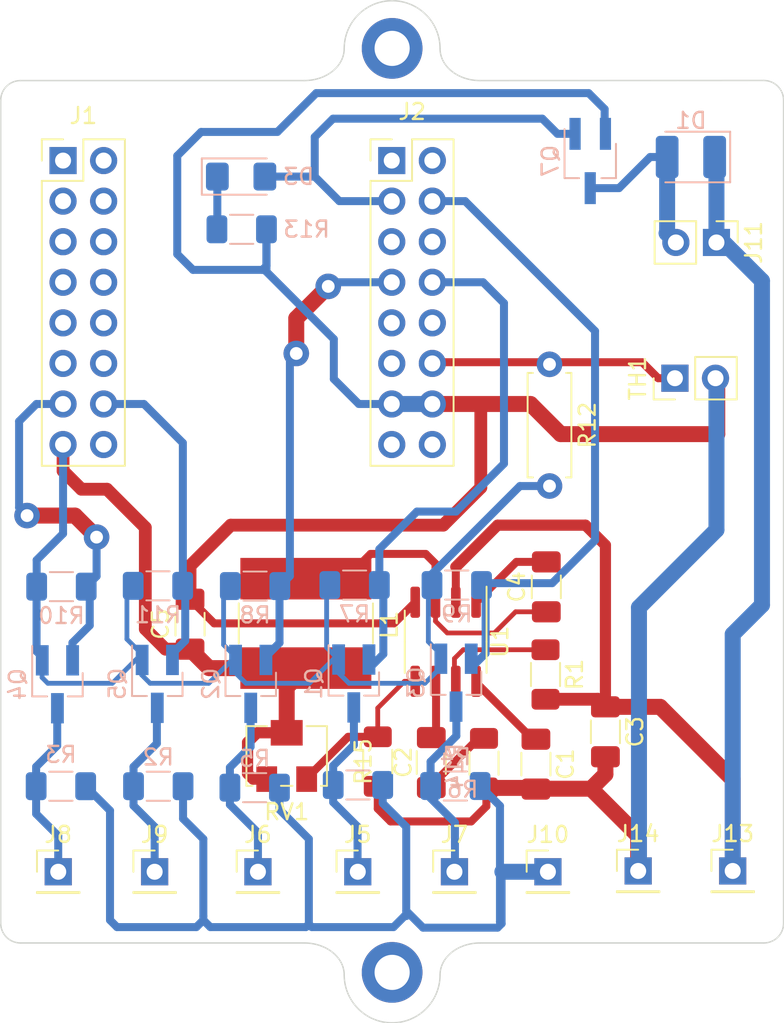
<source format=kicad_pcb>
(kicad_pcb (version 20221018) (generator pcbnew)
  (layers (0 "F.Cu" signal) (31 "B.Cu" signal) (34 "B.Paste" user) (35 "F.Paste" user) (36 "B.SilkS" user "B.Silkscreen") (37 "F.SilkS" user "F.Silkscreen") (38 "B.Mask" user) (39 "F.Mask" user) (44 "Edge.Cuts" user))
  (net 0 "")
  (net 1 "GND")
  (net 2 "+3.3V")
  (net 3 "+12V")
  (net 4 "Net-(D1-A)")
  (net 5 "Net-(D3-K)")
  (net 6 "Net-(D3-A)")
  (net 13 "Net-(J1-Pin_7)")
  (net 18 "Net-(J5-Pin_1)")
  (net 19 "Net-(J6-Pin_1)")
  (net 20 "Net-(J7-Pin_1)")
  (net 21 "Net-(J8-Pin_1)")
  (net 22 "Net-(J9-Pin_1)")
  (net 23 "+5V")
  (net 25 "Net-(J1-Pin_10)")
  (net 33 "Net-(J2-Pin_4)")
  (net 34 "Net-(J2-Pin_11)")
  (net 35 "Net-(J2-Pin_15)")
  (net 37 "Net-(J2-Pin_13)")
  (net 40 "Net-(U1-SS)")
  (net 41 "Net-(U1-COMP)")
  (net 42 "Net-(C2-Pad2)")
  (net 43 "Net-(U1-SW)")
  (net 44 "Net-(U1-BS)")
  (net 45 "Net-(U1-EN)")
  (net 46 "Net-(U1-FB)")
  (footprint "Capacitor_SMD:C_1206_3216Metric_Pad1.33x1.80mm_HandSolder" (layer "F.Cu") (at 147 102.7125 -90)
    (fp_text reference "C2" (at -0.0125 1.75 90) (layer "F.SilkS"))
    (fp_text value "4.7nF")
    (pad "1" smd roundrect (at -1.5625 0 270) (size 1.325 1.8) (layers "F.Cu" "F.Paste" "F.Mask") (roundrect_rratio 0.1886792453) (net 41 "Net-(U1-COMP)"))
    (pad "2" smd roundrect (at 1.5625 0 270) (size 1.325 1.8) (layers "F.Cu" "F.Paste" "F.Mask") (roundrect_rratio 0.1886792453) (net 42 "Net-(C2-Pad2)"))
  )
  (footprint "Resistor_SMD:R_1206_3216Metric_Pad1.30x1.75mm_HandSolder" (layer "F.Cu") (at 150.3 102.75 90)
    (fp_text reference "R14" (at -0.2 -1.82 90) (layer "B.SilkS") (effects (justify mirror)))
    (fp_text value "1k5")
    (pad "1" smd roundrect (at -1.55 0 90) (size 1.3 1.75) (layers "F.Cu" "F.Paste" "F.Mask") (roundrect_rratio 0.1923076923) (net 1 "GND"))
    (pad "2" smd roundrect (at 1.55 0 90) (size 1.3 1.75) (layers "F.Cu" "F.Paste" "F.Mask") (roundrect_rratio 0.1923076923) (net 42 "Net-(C2-Pad2)"))
  )
  (footprint "Connector_PinHeader_2.54mm:PinHeader_1x01_P2.54mm_Vertical" (layer "F.Cu") (at 123.65 109.55)
    (fp_text reference "J8" (at 0 -2.33) (layer "F.SilkS"))
    (fp_text value "INF")
    (pad "1" thru_hole rect (at 0 0) (size 1.7 1.7) (drill 1) (layers "*.Cu" "*.Mask") (net 21 "Net-(J8-Pin_1)"))
  )
  (footprint "Connector_PinHeader_2.54mm:PinHeader_1x01_P2.54mm_Vertical" (layer "F.Cu") (at 159.95 109.5)
    (fp_text reference "J14" (at 0 -2.33) (layer "F.SilkS"))
    (fp_text value "GND")
    (pad "1" thru_hole rect (at 0 0) (size 1.7 1.7) (drill 1) (layers "*.Cu" "*.Mask") (net 1 "GND"))
  )
  (footprint "Package_SO:SOIC-8_3.9x4.9mm_P1.27mm" (layer "F.Cu") (at 147.9 95.15 -90)
    (fp_text reference "U1" (at 0 -3.4 -270) (layer "F.SilkS"))
    (fp_text value "MP1484 (SOIC8E)")
    (pad "1" smd roundrect (at -2.475 -1.905 270) (size 1.95 0.6) (layers "F.Cu" "F.Paste" "F.Mask") (net 44 "Net-(U1-BS)"))
    (pad "2" smd roundrect (at -2.475 -0.635 270) (size 1.95 0.6) (layers "F.Cu" "F.Paste" "F.Mask") (net 3 "+12V"))
    (pad "3" smd roundrect (at -2.475 0.635 270) (size 1.95 0.6) (layers "F.Cu" "F.Paste" "F.Mask") (net 43 "Net-(U1-SW)"))
    (pad "4" smd roundrect (at -2.475 1.905 270) (size 1.95 0.6) (layers "F.Cu" "F.Paste" "F.Mask") (net 1 "GND"))
    (pad "5" smd roundrect (at 2.475 1.905 270) (size 1.95 0.6) (layers "F.Cu" "F.Paste" "F.Mask") (net 46 "Net-(U1-FB)"))
    (pad "6" smd roundrect (at 2.475 0.635 270) (size 1.95 0.6) (layers "F.Cu" "F.Paste" "F.Mask") (net 41 "Net-(U1-COMP)"))
    (pad "7" smd roundrect (at 2.475 -0.635 270) (size 1.95 0.6) (layers "F.Cu" "F.Paste" "F.Mask") (net 45 "Net-(U1-EN)"))
    (pad "8" smd roundrect (at 2.475 -1.905 270) (size 1.95 0.6) (layers "F.Cu" "F.Paste" "F.Mask") (net 40 "Net-(U1-SS)"))
  )
  (footprint "Connector_PinHeader_2.54mm:PinHeader_2x08_P2.54mm_Vertical" (layer "F.Cu") (at 123.952 65.024)
    (fp_text reference "J1" (at 1.27 -2.809) (layer "F.SilkS"))
    (fp_text value "P1-16")
    (pad "1" thru_hole rect locked (at 0 0) (size 1.7 1.7) (drill 1) (layers "*.Cu" "*.Mask"))
    (pad "2" thru_hole oval locked (at 0 2.54) (size 1.7 1.7) (drill 1) (layers "*.Cu" "*.Mask"))
    (pad "3" thru_hole oval locked (at 0 5.08) (size 1.7 1.7) (drill 1) (layers "*.Cu" "*.Mask"))
    (pad "4" thru_hole oval locked (at 0 7.62) (size 1.7 1.7) (drill 1) (layers "*.Cu" "*.Mask"))
    (pad "5" thru_hole oval locked (at 0 10.16) (size 1.7 1.7) (drill 1) (layers "*.Cu" "*.Mask"))
    (pad "6" thru_hole oval locked (at 0 12.7) (size 1.7 1.7) (drill 1) (layers "*.Cu" "*.Mask"))
    (pad "7" thru_hole oval locked (at 0 15.24) (size 1.7 1.7) (drill 1) (layers "*.Cu" "*.Mask") (net 13 "Net-(J1-Pin_7)"))
    (pad "8" thru_hole oval locked (at 0 17.78) (size 1.7 1.7) (drill 1) (layers "*.Cu" "*.Mask") (net 2 "+3.3V"))
    (pad "9" thru_hole oval locked (at 2.54 17.78) (size 1.7 1.7) (drill 1) (layers "*.Cu" "*.Mask"))
    (pad "10" thru_hole oval locked (at 2.54 15.24) (size 1.7 1.7) (drill 1) (layers "*.Cu" "*.Mask") (net 25 "Net-(J1-Pin_10)"))
    (pad "11" thru_hole oval locked (at 2.54 12.7) (size 1.7 1.7) (drill 1) (layers "*.Cu" "*.Mask"))
    (pad "12" thru_hole oval locked (at 2.54 10.16) (size 1.7 1.7) (drill 1) (layers "*.Cu" "*.Mask"))
    (pad "13" thru_hole oval locked (at 2.54 7.62) (size 1.7 1.7) (drill 1) (layers "*.Cu" "*.Mask"))
    (pad "14" thru_hole oval locked (at 2.54 5.08) (size 1.7 1.7) (drill 1) (layers "*.Cu" "*.Mask"))
    (pad "15" thru_hole oval locked (at 2.54 2.54) (size 1.7 1.7) (drill 1) (layers "*.Cu" "*.Mask"))
    (pad "16" thru_hole oval locked (at 2.54 0) (size 1.7 1.7) (drill 1) (layers "*.Cu" "*.Mask"))
  )
  (footprint "Capacitor_SMD:C_1206_3216Metric_Pad1.33x1.80mm_HandSolder" (layer "F.Cu") (at 154.2 91.7125 90)
    (fp_text reference "C4" (at 0 -1.85 90) (layer "F.SilkS"))
    (fp_text value "10nF")
    (pad "1" smd roundrect (at -1.5625 0 90) (size 1.325 1.8) (layers "F.Cu" "F.Paste" "F.Mask") (roundrect_rratio 0.1886792453) (net 43 "Net-(U1-SW)"))
    (pad "2" smd roundrect (at 1.5625 0 90) (size 1.325 1.8) (layers "F.Cu" "F.Paste" "F.Mask") (roundrect_rratio 0.1886792453) (net 44 "Net-(U1-BS)"))
  )
  (footprint "Connector_PinHeader_2.54mm:PinHeader_1x01_P2.54mm_Vertical" (layer "F.Cu") (at 136.15 109.55)
    (fp_text reference "J6" (at 0 -2.33) (layer "F.SilkS"))
    (fp_text value "MOSI")
    (pad "1" thru_hole rect (at 0 0) (size 1.7 1.7) (drill 1) (layers "*.Cu" "*.Mask") (net 19 "Net-(J6-Pin_1)"))
  )
  (footprint "Connector_PinHeader_2.54mm:PinHeader_1x01_P2.54mm_Vertical" (layer "F.Cu") (at 148.45 109.55)
    (fp_text reference "J7" (at 0 -2.33) (layer "F.SilkS"))
    (fp_text value "CLK")
    (pad "1" thru_hole rect (at 0 0) (size 1.7 1.7) (drill 1) (layers "*.Cu" "*.Mask") (net 20 "Net-(J7-Pin_1)"))
  )
  (footprint "MountingHole:MountingHole_2.2mm_M2_DIN965_Pad" (layer "F.Cu") (at 144.55 115.85)
    (fp_text reference "REF**" hide)
    (fp_text value "MountingHole_2.2mm_M2_DIN965_Pad" hide)
    (pad "1" thru_hole circle locked (at 0 0) (size 3.8 3.8) (drill 2.2) (layers "*.Cu" "*.Mask"))
  )
  (footprint "Connector_PinHeader_2.54mm:PinHeader_1x02_P2.54mm_Vertical" (layer "F.Cu") (at 164.85 70.15 -90)
    (fp_text reference "J11" (at 0 -2.33 90) (layer "F.SilkS"))
    (fp_text value "FAN")
    (pad "1" thru_hole rect (at 0 0 270) (size 1.7 1.7) (drill 1) (layers "*.Cu" "*.Mask") (net 3 "+12V"))
    (pad "2" thru_hole oval (at 0 2.54 270) (size 1.7 1.7) (drill 1) (layers "*.Cu" "*.Mask") (net 4 "Net-(D1-A)"))
  )
  (footprint "Inductor_SMD:L_Bourns-SRN8040_8x8.15mm" (layer "F.Cu") (at 139.15 94 -90)
    (fp_text reference "L1" (at 0.09 -5.23 90) (layer "F.SilkS"))
    (fp_text value "100uH")
    (pad "1" smd rect (at -2.8 0 270) (size 2.6 8.2) (layers "F.Cu" "F.Paste" "F.Mask") (net 43 "Net-(U1-SW)"))
    (pad "2" smd rect (at 2.8 0 270) (size 2.6 8.2) (layers "F.Cu" "F.Paste" "F.Mask") (net 2 "+3.3V"))
  )
  (footprint "Connector_PinHeader_2.54mm:PinHeader_1x01_P2.54mm_Vertical" (layer "F.Cu") (at 129.685 109.55)
    (fp_text reference "J9" (at 0 -2.33) (layer "F.SilkS"))
    (fp_text value "OUTF")
    (pad "1" thru_hole rect (at 0 0) (size 1.7 1.7) (drill 1) (layers "*.Cu" "*.Mask") (net 22 "Net-(J9-Pin_1)"))
  )
  (footprint "Potentiometer_SMD:Potentiometer_Bourns_3224W_Vertical" (layer "F.Cu") (at 137.95 102.3 180)
    (fp_text reference "RV1" (at 0 -3.5) (layer "F.SilkS"))
    (fp_text value "220k")
    (pad "1" smd rect (at 1.25 -1.45 180) (size 1.3 1.6) (layers "F.Cu" "F.Paste" "F.Mask") (net 2 "+3.3V"))
    (pad "2" smd rect (at 0 1.45 180) (size 2 1.6) (layers "F.Cu" "F.Paste" "F.Mask") (net 2 "+3.3V"))
    (pad "3" smd rect (at -1.25 -1.45 180) (size 1.3 1.6) (layers "F.Cu" "F.Paste" "F.Mask") (net 46 "Net-(U1-FB)"))
  )
  (footprint "Resistor_SMD:R_1206_3216Metric_Pad1.30x1.75mm_HandSolder" (layer "F.Cu") (at 154.15 97.2 -90)
    (fp_text reference "R1" (at 0 -1.82 90) (layer "F.SilkS"))
    (fp_text value "100k")
    (pad "1" smd roundrect (at -1.55 0 270) (size 1.3 1.75) (layers "F.Cu" "F.Paste" "F.Mask") (roundrect_rratio 0.1923076923) (net 45 "Net-(U1-EN)"))
    (pad "2" smd roundrect (at 1.55 0 270) (size 1.3 1.75) (layers "F.Cu" "F.Paste" "F.Mask") (roundrect_rratio 0.1923076923) (net 3 "+12V"))
  )
  (footprint "Connector_PinHeader_2.54mm:PinHeader_1x01_P2.54mm_Vertical" (layer "F.Cu") (at 154.3 109.55)
    (fp_text reference "J10" (at 0 -2.33) (layer "F.SilkS"))
    (fp_text value "+5V")
    (pad "1" thru_hole rect (at 0 0) (size 1.7 1.7) (drill 1) (layers "*.Cu" "*.Mask") (net 23 "+5V"))
  )
  (footprint "Connector_PinHeader_2.54mm:PinHeader_1x01_P2.54mm_Vertical" (layer "F.Cu") (at 142.4 109.55)
    (fp_text reference "J5" (at 0 -2.33) (layer "F.SilkS"))
    (fp_text value "CS/SS")
    (pad "1" thru_hole rect (at 0 0) (size 1.7 1.7) (drill 1) (layers "*.Cu" "*.Mask") (net 18 "Net-(J5-Pin_1)"))
  )
  (footprint "MountingHole:MountingHole_2.2mm_M2_DIN965_Pad" (layer "F.Cu") (at 144.55 58)
    (fp_text reference "REF**" hide)
    (fp_text value "MountingHole_2.2mm_M2_DIN965_Pad" hide)
    (pad "1" thru_hole circle locked (at 0 0) (size 3.8 3.8) (drill 2.2) (layers "*.Cu" "*.Mask"))
  )
  (footprint "Connector_PinHeader_2.54mm:PinHeader_2x08_P2.54mm_Vertical" (layer "F.Cu") (at 144.526 65.024)
    (fp_text reference "J2" (at 1.275 -3.063) (layer "F.SilkS"))
    (fp_text value "P15-40")
    (pad "1" thru_hole rect locked (at 0 0) (size 1.7 1.7) (drill 1) (layers "*.Cu" "*.Mask"))
    (pad "2" thru_hole oval locked (at 0 2.54) (size 1.7 1.7) (drill 1) (layers "*.Cu" "*.Mask") (net 6 "Net-(D3-A)"))
    (pad "3" thru_hole oval locked (at 0 5.08) (size 1.7 1.7) (drill 1) (layers "*.Cu" "*.Mask"))
    (pad "4" thru_hole oval locked (at 0 7.62) (size 1.7 1.7) (drill 1) (layers "*.Cu" "*.Mask") (net 33 "Net-(J2-Pin_4)"))
    (pad "5" thru_hole oval locked (at 0 10.16) (size 1.7 1.7) (drill 1) (layers "*.Cu" "*.Mask"))
    (pad "6" thru_hole oval locked (at 0 12.7) (size 1.7 1.7) (drill 1) (layers "*.Cu" "*.Mask"))
    (pad "7" thru_hole oval locked (at 0 15.24) (size 1.7 1.7) (drill 1) (layers "*.Cu" "*.Mask") (net 1 "GND"))
    (pad "8" thru_hole oval locked (at 0 17.78) (size 1.7 1.7) (drill 1) (layers "*.Cu" "*.Mask"))
    (pad "9" thru_hole oval locked (at 2.54 17.78) (size 1.7 1.7) (drill 1) (layers "*.Cu" "*.Mask"))
    (pad "10" thru_hole oval locked (at 2.54 15.24) (size 1.7 1.7) (drill 1) (layers "*.Cu" "*.Mask") (net 1 "GND"))
    (pad "11" thru_hole oval locked (at 2.54 12.7) (size 1.7 1.7) (drill 1) (layers "*.Cu" "*.Mask") (net 34 "Net-(J2-Pin_11)"))
    (pad "12" thru_hole oval locked (at 2.54 10.16) (size 1.7 1.7) (drill 1) (layers "*.Cu" "*.Mask"))
    (pad "13" thru_hole oval locked (at 2.54 7.62) (size 1.7 1.7) (drill 1) (layers "*.Cu" "*.Mask") (net 37 "Net-(J2-Pin_13)"))
    (pad "14" thru_hole oval locked (at 2.54 5.08) (size 1.7 1.7) (drill 1) (layers "*.Cu" "*.Mask"))
    (pad "15" thru_hole oval locked (at 2.54 2.54) (size 1.7 1.7) (drill 1) (layers "*.Cu" "*.Mask") (net 35 "Net-(J2-Pin_15)"))
    (pad "16" thru_hole oval locked (at 2.54 0) (size 1.7 1.7) (drill 1) (layers "*.Cu" "*.Mask"))
  )
  (footprint "Capacitor_SMD:C_1206_3216Metric_Pad1.33x1.80mm_HandSolder" (layer "F.Cu") (at 153.55 102.8125 -90)
    (fp_text reference "C1" (at 0 -1.85 90) (layer "F.SilkS"))
    (fp_text value "100nF")
    (pad "1" smd roundrect (at -1.5625 0 270) (size 1.325 1.8) (layers "F.Cu" "F.Paste" "F.Mask") (roundrect_rratio 0.1886792453) (net 40 "Net-(U1-SS)"))
    (pad "2" smd roundrect (at 1.5625 0 270) (size 1.325 1.8) (layers "F.Cu" "F.Paste" "F.Mask") (roundrect_rratio 0.1886792453) (net 1 "GND"))
  )
  (footprint "Connector_PinHeader_2.54mm:PinHeader_1x01_P2.54mm_Vertical" (layer "F.Cu") (at 165.867 109.5)
    (fp_text reference "J13" (at 0 -2.33) (layer "F.SilkS"))
    (fp_text value "+12V")
    (pad "1" thru_hole rect (at 0 0) (size 1.7 1.7) (drill 1) (layers "*.Cu" "*.Mask") (net 3 "+12V"))
  )
  (footprint "Connector_PinHeader_2.54mm:PinHeader_1x02_P2.54mm_Vertical" (layer "F.Cu") (at 162.25 78.65 90)
    (fp_text reference "TH1" (at 0 -2.33 90) (layer "F.SilkS"))
    (fp_text value "1k")
    (pad "1" thru_hole rect (at 0 0 90) (size 1.7 1.7) (drill 1) (layers "*.Cu" "*.Mask") (net 34 "Net-(J2-Pin_11)"))
    (pad "2" thru_hole oval (at 0 2.54 90) (size 1.7 1.7) (drill 1) (layers "*.Cu" "*.Mask") (net 1 "GND"))
  )
  (footprint "Resistor_SMD:R_1206_3216Metric_Pad1.30x1.75mm_HandSolder" (layer "F.Cu") (at 143.65 102.65 90)
    (fp_text reference "R15" (at 0 -0.91 90) (layer "F.SilkS"))
    (fp_text value "8k2")
    (pad "1" smd roundrect (at -1.55 0 90) (size 1.3 1.75) (layers "F.Cu" "F.Paste" "F.Mask") (roundrect_rratio 0.1923076923) (net 1 "GND"))
    (pad "2" smd roundrect (at 1.55 0 90) (size 1.3 1.75) (layers "F.Cu" "F.Paste" "F.Mask") (roundrect_rratio 0.1923076923) (net 46 "Net-(U1-FB)"))
  )
  (footprint "Capacitor_SMD:C_1206_3216Metric_Pad1.33x1.80mm_HandSolder" (layer "F.Cu") (at 131.9 94.05 90)
    (fp_text reference "C5" (at 0 -1.85 90) (layer "F.SilkS"))
    (fp_text value "10uF")
    (pad "1" smd roundrect (at -1.5625 0 90) (size 1.325 1.8) (layers "F.Cu" "F.Paste" "F.Mask") (roundrect_rratio 0.1886792453) (net 2 "+3.3V"))
    (pad "2" smd roundrect (at 1.5625 0 90) (size 1.325 1.8) (layers "F.Cu" "F.Paste" "F.Mask") (roundrect_rratio 0.1886792453) (net 1 "GND"))
  )
  (footprint "Capacitor_SMD:C_1206_3216Metric_Pad1.33x1.80mm_HandSolder" (layer "F.Cu") (at 157.9 100.7875 -90)
    (fp_text reference "C3" (at 0 -1.85 90) (layer "F.SilkS"))
    (fp_text value "10uF")
    (pad "1" smd roundrect (at -1.5625 0 270) (size 1.325 1.8) (layers "F.Cu" "F.Paste" "F.Mask") (roundrect_rratio 0.1886792453) (net 3 "+12V"))
    (pad "2" smd roundrect (at 1.5625 0 270) (size 1.325 1.8) (layers "F.Cu" "F.Paste" "F.Mask") (roundrect_rratio 0.1886792453) (net 1 "GND"))
  )
  (footprint "Resistor_THT:R_Axial_DIN0207_L6.3mm_D2.5mm_P7.62mm_Horizontal" (layer "F.Cu") (at 154.4 77.78 -90)
    (fp_text reference "R12" (at 3.81 -2.37 -270) (layer "F.SilkS"))
    (fp_text value "2k2")
    (pad "1" thru_hole circle (at 0 0 270) (size 1.6 1.6) (drill 0.8) (layers "*.Cu" "*.Mask") (net 34 "Net-(J2-Pin_11)"))
    (pad "2" thru_hole oval (at 7.62 0 270) (size 1.6 1.6) (drill 0.8) (layers "*.Cu" "*.Mask") (net 2 "+3.3V"))
  )
  (footprint "Resistor_SMD:R_1206_3216Metric_Pad1.30x1.75mm_HandSolder" (layer "B.Cu") (at 135.133 69.327)
    (fp_text reference "R13" (at 4.064 0) (layer "B.SilkS") (effects (justify mirror)))
    (fp_text value "1k")
    (pad "1" smd roundrect (at -1.55 0) (size 1.3 1.75) (layers "B.Cu" "B.Paste" "B.Mask") (roundrect_rratio 0.1923076923) (net 5 "Net-(D3-K)"))
    (pad "2" smd roundrect (at 1.55 0) (size 1.3 1.75) (layers "B.Cu" "B.Paste" "B.Mask") (roundrect_rratio 0.1923076923) (net 1 "GND"))
  )
  (footprint "Package_TO_SOT_SMD:SOT-23_Handsoldering" (layer "B.Cu") (at 142.15 97.7625 -90)
    (fp_text reference "Q1" (at 0 2.5 90) (layer "B.SilkS") (effects (justify mirror)))
    (fp_text value "BSS138")
    (pad "1" smd rect (at -1.5 0.95 270) (size 1.9 0.8) (layers "B.Cu" "B.Paste" "B.Mask") (net 2 "+3.3V"))
    (pad "2" smd rect (at -1.5 -0.95 270) (size 1.9 0.8) (layers "B.Cu" "B.Paste" "B.Mask") (net 37 "Net-(J2-Pin_13)"))
    (pad "3" smd rect (at 1.5 0 270) (size 1.9 0.8) (layers "B.Cu" "B.Paste" "B.Mask") (net 18 "Net-(J5-Pin_1)"))
  )
  (footprint "Resistor_SMD:R_1206_3216Metric_Pad1.30x1.75mm_HandSolder" (layer "B.Cu") (at 123.85 91.7)
    (fp_text reference "R10" (at 0 1.82) (layer "B.SilkS") (effects (justify mirror)))
    (fp_text value "10k")
    (pad "1" smd roundrect (at -1.55 0) (size 1.3 1.75) (layers "B.Cu" "B.Paste" "B.Mask") (roundrect_rratio 0.1923076923) (net 2 "+3.3V"))
    (pad "2" smd roundrect (at 1.55 0) (size 1.3 1.75) (layers "B.Cu" "B.Paste" "B.Mask") (roundrect_rratio 0.1923076923) (net 13 "Net-(J1-Pin_7)"))
  )
  (footprint "Resistor_SMD:R_1206_3216Metric_Pad1.30x1.75mm_HandSolder" (layer "B.Cu") (at 148.507 104.182 180)
    (fp_text reference "R4" (at 0 1.82) (layer "B.SilkS") (effects (justify mirror)))
    (fp_text value "10k")
    (pad "1" smd roundrect (at -1.55 0 180) (size 1.3 1.75) (layers "B.Cu" "B.Paste" "B.Mask") (roundrect_rratio 0.1923076923) (net 23 "+5V"))
    (pad "2" smd roundrect (at 1.55 0 180) (size 1.3 1.75) (layers "B.Cu" "B.Paste" "B.Mask") (roundrect_rratio 0.1923076923) (net 20 "Net-(J7-Pin_1)"))
  )
  (footprint "Resistor_SMD:R_1206_3216Metric_Pad1.30x1.75mm_HandSolder" (layer "B.Cu") (at 129.913 104.195 180)
    (fp_text reference "R2" (at 0 1.82) (layer "B.SilkS") (effects (justify mirror)))
    (fp_text value "10k")
    (pad "1" smd roundrect (at -1.55 0 180) (size 1.3 1.75) (layers "B.Cu" "B.Paste" "B.Mask") (roundrect_rratio 0.1923076923) (net 23 "+5V"))
    (pad "2" smd roundrect (at 1.55 0 180) (size 1.3 1.75) (layers "B.Cu" "B.Paste" "B.Mask") (roundrect_rratio 0.1923076923) (net 22 "Net-(J9-Pin_1)"))
  )
  (footprint "Package_TO_SOT_SMD:SOT-23W_Handsoldering" (layer "B.Cu") (at 156.95 65.05 -90)
    (fp_text reference "Q7" (at 0 2.5 -270) (layer "B.SilkS") (effects (justify mirror)))
    (fp_text value "IRLML2502")
    (pad "1" smd rect (at -1.7 0.95 270) (size 2 0.7) (layers "B.Cu" "B.Paste" "B.Mask") (net 6 "Net-(D3-A)"))
    (pad "2" smd rect (at -1.7 -0.95 270) (size 2 0.7) (layers "B.Cu" "B.Paste" "B.Mask") (net 1 "GND"))
    (pad "3" smd rect (at 1.7 0 270) (size 2 0.7) (layers "B.Cu" "B.Paste" "B.Mask") (net 4 "Net-(D1-A)"))
  )
  (footprint "Diode_SMD:D_1210_3225Metric_Pad1.42x2.65mm_HandSolder" (layer "B.Cu") (at 163.25 64.8 180)
    (fp_text reference "D1" (at 0 2.28) (layer "B.SilkS") (effects (justify mirror)))
    (fp_text value "1N914")
    (pad "1" smd roundrect (at -1.4875 0 180) (size 1.425 2.65) (layers "B.Cu" "B.Paste" "B.Mask") (roundrect_rratio 0.1754392982) (net 3 "+12V"))
    (pad "2" smd roundrect (at 1.4875 0 180) (size 1.425 2.65) (layers "B.Cu" "B.Paste" "B.Mask") (roundrect_rratio 0.1754392982) (net 4 "Net-(D1-A)"))
  )
  (footprint "Resistor_SMD:R_1206_3216Metric_Pad1.30x1.75mm_HandSolder" (layer "B.Cu") (at 135.945 104.285 180)
    (fp_text reference "R5" (at 0 1.82) (layer "B.SilkS") (effects (justify mirror)))
    (fp_text value "10k")
    (pad "1" smd roundrect (at -1.55 0 180) (size 1.3 1.75) (layers "B.Cu" "B.Paste" "B.Mask") (roundrect_rratio 0.1923076923) (net 23 "+5V"))
    (pad "2" smd roundrect (at 1.55 0 180) (size 1.3 1.75) (layers "B.Cu" "B.Paste" "B.Mask") (roundrect_rratio 0.1923076923) (net 19 "Net-(J6-Pin_1)"))
  )
  (footprint "Resistor_SMD:R_1206_3216Metric_Pad1.30x1.75mm_HandSolder" (layer "B.Cu") (at 123.817 104.195 180)
    (fp_text reference "R3" (at 0 1.98) (layer "B.SilkS") (effects (justify mirror)))
    (fp_text value "10k")
    (pad "1" smd roundrect (at -1.55 0 180) (size 1.3 1.75) (layers "B.Cu" "B.Paste" "B.Mask") (roundrect_rratio 0.1923076923) (net 23 "+5V"))
    (pad "2" smd roundrect (at 1.55 0 180) (size 1.3 1.75) (layers "B.Cu" "B.Paste" "B.Mask") (roundrect_rratio 0.1923076923) (net 21 "Net-(J8-Pin_1)"))
  )
  (footprint "Package_TO_SOT_SMD:SOT-23_Handsoldering" (layer "B.Cu") (at 135.7 97.7875 -90)
    (fp_text reference "Q2" (at 0 2.5 90) (layer "B.SilkS") (effects (justify mirror)))
    (fp_text value "BSS138")
    (pad "1" smd rect (at -1.5 0.95 270) (size 1.9 0.8) (layers "B.Cu" "B.Paste" "B.Mask") (net 2 "+3.3V"))
    (pad "2" smd rect (at -1.5 -0.95 270) (size 1.9 0.8) (layers "B.Cu" "B.Paste" "B.Mask") (net 33 "Net-(J2-Pin_4)"))
    (pad "3" smd rect (at 1.5 0 270) (size 1.9 0.8) (layers "B.Cu" "B.Paste" "B.Mask") (net 19 "Net-(J6-Pin_1)"))
  )
  (footprint "Resistor_SMD:R_1206_3216Metric_Pad1.30x1.75mm_HandSolder" (layer "B.Cu") (at 129.891 91.65)
    (fp_text reference "R11" (at 0 1.82) (layer "B.SilkS") (effects (justify mirror)))
    (fp_text value "10k")
    (pad "1" smd roundrect (at -1.55 0) (size 1.3 1.75) (layers "B.Cu" "B.Paste" "B.Mask") (roundrect_rratio 0.1923076923) (net 2 "+3.3V"))
    (pad "2" smd roundrect (at 1.55 0) (size 1.3 1.75) (layers "B.Cu" "B.Paste" "B.Mask") (roundrect_rratio 0.1923076923) (net 25 "Net-(J1-Pin_10)"))
  )
  (footprint "Package_TO_SOT_SMD:SOT-23_Handsoldering" (layer "B.Cu") (at 148.55 97.7125 -90)
    (fp_text reference "Q3" (at 0 2.5 90) (layer "B.SilkS") (effects (justify mirror)))
    (fp_text value "BSS138")
    (pad "1" smd rect (at -1.5 0.95 270) (size 1.9 0.8) (layers "B.Cu" "B.Paste" "B.Mask") (net 2 "+3.3V"))
    (pad "2" smd rect (at -1.5 -0.95 270) (size 1.9 0.8) (layers "B.Cu" "B.Paste" "B.Mask") (net 35 "Net-(J2-Pin_15)"))
    (pad "3" smd rect (at 1.5 0 270) (size 1.9 0.8) (layers "B.Cu" "B.Paste" "B.Mask") (net 20 "Net-(J7-Pin_1)"))
  )
  (footprint "Resistor_SMD:R_1206_3216Metric_Pad1.30x1.75mm_HandSolder" (layer "B.Cu") (at 135.971 91.663)
    (fp_text reference "R8" (at 0 1.82) (layer "B.SilkS") (effects (justify mirror)))
    (fp_text value "10k")
    (pad "1" smd roundrect (at -1.55 0) (size 1.3 1.75) (layers "B.Cu" "B.Paste" "B.Mask") (roundrect_rratio 0.1923076923) (net 2 "+3.3V"))
    (pad "2" smd roundrect (at 1.55 0) (size 1.3 1.75) (layers "B.Cu" "B.Paste" "B.Mask") (roundrect_rratio 0.1923076923) (net 33 "Net-(J2-Pin_4)"))
  )
  (footprint "Resistor_SMD:R_1206_3216Metric_Pad1.30x1.75mm_HandSolder" (layer "B.Cu") (at 148.595 91.6)
    (fp_text reference "R9" (at 0 1.82) (layer "B.SilkS") (effects (justify mirror)))
    (fp_text value "10k")
    (pad "1" smd roundrect (at -1.55 0) (size 1.3 1.75) (layers "B.Cu" "B.Paste" "B.Mask") (roundrect_rratio 0.1923076923) (net 2 "+3.3V"))
    (pad "2" smd roundrect (at 1.55 0) (size 1.3 1.75) (layers "B.Cu" "B.Paste" "B.Mask") (roundrect_rratio 0.1923076923) (net 35 "Net-(J2-Pin_15)"))
  )
  (footprint "Package_TO_SOT_SMD:SOT-23_Handsoldering" (layer "B.Cu") (at 123.6 97.8125 -90)
    (fp_text reference "Q4" (at 0 2.5 90) (layer "B.SilkS") (effects (justify mirror)))
    (fp_text value "BSS138")
    (pad "1" smd rect (at -1.5 0.95 270) (size 1.9 0.8) (layers "B.Cu" "B.Paste" "B.Mask") (net 2 "+3.3V"))
    (pad "2" smd rect (at -1.5 -0.95 270) (size 1.9 0.8) (layers "B.Cu" "B.Paste" "B.Mask") (net 13 "Net-(J1-Pin_7)"))
    (pad "3" smd rect (at 1.5 0 270) (size 1.9 0.8) (layers "B.Cu" "B.Paste" "B.Mask") (net 21 "Net-(J8-Pin_1)"))
  )
  (footprint "Resistor_SMD:R_1206_3216Metric_Pad1.30x1.75mm_HandSolder" (layer "B.Cu") (at 142.2 91.6)
    (fp_text reference "R7" (at 0 1.82) (layer "B.SilkS") (effects (justify mirror)))
    (fp_text value "10k")
    (pad "1" smd roundrect (at -1.55 0) (size 1.3 1.75) (layers "B.Cu" "B.Paste" "B.Mask") (roundrect_rratio 0.1923076923) (net 2 "+3.3V"))
    (pad "2" smd roundrect (at 1.55 0) (size 1.3 1.75) (layers "B.Cu" "B.Paste" "B.Mask") (roundrect_rratio 0.1923076923) (net 37 "Net-(J2-Pin_13)"))
  )
  (footprint "Package_TO_SOT_SMD:SOT-23_Handsoldering" (layer "B.Cu") (at 129.85 97.7875 -90)
    (fp_text reference "Q5" (at 0 2.5 90) (layer "B.SilkS") (effects (justify mirror)))
    (fp_text value "BSS138")
    (pad "1" smd rect (at -1.5 0.95 270) (size 1.9 0.8) (layers "B.Cu" "B.Paste" "B.Mask") (net 2 "+3.3V"))
    (pad "2" smd rect (at -1.5 -0.95 270) (size 1.9 0.8) (layers "B.Cu" "B.Paste" "B.Mask") (net 25 "Net-(J1-Pin_10)"))
    (pad "3" smd rect (at 1.5 0 270) (size 1.9 0.8) (layers "B.Cu" "B.Paste" "B.Mask") (net 22 "Net-(J9-Pin_1)"))
  )
  (footprint "LED_SMD:LED_1206_3216Metric_Pad1.42x1.75mm_HandSolder" (layer "B.Cu") (at 135.0965 66.025)
    (fp_text reference "D3" (at 3.5925 0) (layer "B.SilkS") (effects (justify mirror)))
    (fp_text value "LED")
    (pad "1" smd roundrect (at -1.4875 0) (size 1.425 1.75) (layers "B.Cu" "B.Paste" "B.Mask") (roundrect_rratio 0.1754392982) (net 5 "Net-(D3-K)"))
    (pad "2" smd roundrect (at 1.4875 0) (size 1.425 1.75) (layers "B.Cu" "B.Paste" "B.Mask") (roundrect_rratio 0.1754392982) (net 6 "Net-(D3-A)"))
  )
  (footprint "Resistor_SMD:R_1206_3216Metric_Pad1.30x1.75mm_HandSolder" (layer "B.Cu") (at 142.411 104.117 180)
    (fp_text reference "R6" (at -6.55 -0.28) (layer "B.SilkS") (effects (justify mirror)))
    (fp_text value "10k")
    (pad "1" smd roundrect (at -1.55 0 180) (size 1.3 1.75) (layers "B.Cu" "B.Paste" "B.Mask") (roundrect_rratio 0.1923076923) (net 23 "+5V"))
    (pad "2" smd roundrect (at 1.55 0 180) (size 1.3 1.75) (layers "B.Cu" "B.Paste" "B.Mask") (roundrect_rratio 0.1923076923) (net 18 "Net-(J5-Pin_1)"))
  )
  (gr_curve (pts (xy 167.815523 60.008809) (xy 168.497888 60.008809) (xy 169.050049 60.56097) (xy 169.050049 61.243335)) (stroke (width 0.09)) (layer "Edge.Cuts"))
  (gr_curve (pts (xy 169.050049 112.774282) (xy 169.050049 113.456648) (xy 168.497888 114.008809) (xy 167.815523 114.008809)) (stroke (width 0.09)) (layer "Edge.Cuts"))
  (gr_curve (pts (xy 120.05 61.25) (xy 120.05 60.567635) (xy 120.602161 60.015474) (xy 121.284527 60.015474)) (stroke (width 0.09)) (layer "Edge.Cuts"))
  (gr_curve (pts (xy 141.549616 58.015437) (xy 141.549616 56.358583) (xy 142.892762 55.015437) (xy 144.549616 55.015437)) (stroke (width 0.09)) (layer "Edge.Cuts"))
  (gr_line (start 167.815523 114.008809) (end 150.049616 114.008809) (stroke (width 0.09)) (layer "Edge.Cuts"))
  (gr_line (start 121.284527 60.015474) (end 139.049616 60.015251) (stroke (width 0.09)) (layer "Edge.Cuts"))
  (gr_curve (pts (xy 121.284576 114.008809) (xy 120.60221 114.008809) (xy 120.050049 113.456648) (xy 120.050049 112.774282)) (stroke (width 0.09)) (layer "Edge.Cuts"))
  (gr_curve (pts (xy 147.549616 116.008437) (xy 147.549616 117.665291) (xy 146.20647 119.008437) (xy 144.549616 119.008437)) (stroke (width 0.09)) (layer "Edge.Cuts"))
  (gr_curve (pts (xy 141.549616 58.015623) (xy 141.549616 59.120886) (xy 140.431452 60.015251) (xy 139.049616 60.015251)) (stroke (width 0.09)) (layer "Edge.Cuts"))
  (gr_line (start 120.050049 112.774282) (end 120.05 61.25) (stroke (width 0.09)) (layer "Edge.Cuts"))
  (gr_line (start 150.049616 60.015251) (end 167.815523 60.008809) (stroke (width 0.09)) (layer "Edge.Cuts"))
  (gr_line (start 169.050049 61.243335) (end 169.050049 112.774282) (stroke (width 0.09)) (layer "Edge.Cuts"))
  (gr_curve (pts (xy 144.549616 119.008437) (xy 142.892762 119.008437) (xy 141.549616 117.665291) (xy 141.549616 116.008437)) (stroke (width 0.09)) (layer "Edge.Cuts"))
  (gr_curve (pts (xy 144.549616 55.015437) (xy 146.20647 55.015437) (xy 147.549616 56.358583) (xy 147.549616 58.015437)) (stroke (width 0.09)) (layer "Edge.Cuts"))
  (gr_line (start 139.049616 114.008623) (end 121.284576 114.008809) (stroke (width 0.09)) (layer "Edge.Cuts"))
  (gr_curve (pts (xy 147.549616 116.008437) (xy 147.549616 114.903174) (xy 148.66778 114.008809) (xy 150.049616 114.008809)) (stroke (width 0.09)) (layer "Edge.Cuts"))
  (gr_curve (pts (xy 147.549616 58.015623) (xy 147.549616 59.120886) (xy 148.66778 60.015251) (xy 150.049616 60.015251)) (stroke (width 0.09)) (layer "Edge.Cuts"))
  (gr_curve (pts (xy 141.549616 116.008251) (xy 141.549616 114.902988) (xy 140.431452 114.008623) (xy 139.049616 114.008623)) (stroke (width 0.09)) (layer "Edge.Cuts"))
  (segment (start 150.45 104.3) (end 153.125 104.3) (width 1) (layer "F.Cu") (net 1))
  (segment (start 153.214 80.264) (end 155.1 82.15) (width 1) (layer "F.Cu") (net 1))
  (segment (start 157 104.35) (end 153.575 104.35) (width 1) (layer "F.Cu") (net 1))
  (segment (start 147.066 80.264) (end 153.214 80.264) (width 1) (layer "F.Cu") (net 1))
  (segment (start 153.575 104.35) (end 153.55 104.375) (width 1) (layer "F.Cu") (net 1))
  (segment (start 144.45 106.4) (end 149.5 106.4) (width 0.5) (layer "F.Cu") (net 1))
  (segment (start 150.1 85.5) (end 147.75 87.85) (width 0.8) (layer "F.Cu") (net 1))
  (segment (start 134.45 87.85) (end 131.9 90.4) (width 0.8) (layer "F.Cu") (net 1))
  (segment (start 164.9 82.15) (end 164.9 78.76) (width 1) (layer "F.Cu") (net 1))
  (segment (start 147.75 87.85) (end 134.45 87.85) (width 0.8) (layer "F.Cu") (net 1))
  (segment (start 157.9 103.45) (end 157 104.35) (width 1) (layer "F.Cu") (net 1))
  (segment (start 150.1 80.264) (end 150.1 85.5) (width 0.8) (layer "F.Cu") (net 1))
  (segment (start 157 104.35) (end 159.95 107.3) (width 1) (layer "F.Cu") (net 1))
  (segment (start 147.066 80.264) (end 150.1 80.264) (width 0.8) (layer "F.Cu") (net 1))
  (segment (start 155.1 82.15) (end 164.9 82.15) (width 1) (layer "F.Cu") (net 1))
  (segment (start 149.5 106.4) (end 150.45 105.45) (width 0.5) (layer "F.Cu") (net 1))
  (segment (start 143.65 104.2) (end 143.65 105.6) (width 0.5) (layer "F.Cu") (net 1))
  (segment (start 157.9 102.35) (end 157.9 103.45) (width 1) (layer "F.Cu") (net 1))
  (segment (start 150.45 105.45) (end 150.45 104.3) (width 0.5) (layer "F.Cu") (net 1))
  (segment (start 144.67 94) (end 145.995 92.675) (width 0.5) (layer "F.Cu") (net 1))
  (segment (start 131.9 92.4875) (end 133.4125 94) (width 0.5) (layer "F.Cu") (net 1))
  (segment (start 131.9 90.4) (end 131.9 92.4875) (width 0.8) (layer "F.Cu") (net 1))
  (segment (start 159.95 107.3) (end 159.95 109.5) (width 1) (layer "F.Cu") (net 1))
  (segment (start 133.4125 94) (end 144.67 94) (width 0.5) (layer "F.Cu") (net 1))
  (segment (start 143.65 105.6) (end 144.45 106.4) (width 0.5) (layer "F.Cu") (net 1))
  (segment (start 164.9 78.76) (end 164.79 78.65) (width 1) (layer "F.Cu") (net 1))
  (segment (start 132.593 63.231) (end 137.369 63.231) (width 0.5) (layer "B.Cu") (net 1))
  (segment (start 136.683 69.327) (end 136.683 71.613) (width 0.5) (layer "B.Cu") (net 1))
  (segment (start 131.1 64.724) (end 132.593 63.231) (width 0.5) (layer "B.Cu") (net 1))
  (segment (start 132.085 71.867) (end 131.1 70.882) (width 0.5) (layer "B.Cu") (net 1))
  (segment (start 131.1 70.882) (end 131.1 64.724) (width 0.5) (layer "B.Cu") (net 1))
  (segment (start 136.429 71.867) (end 132.085 71.867) (width 0.5) (layer "B.Cu") (net 1))
  (segment (start 136.683 71.613) (end 136.429 71.867) (width 0.5) (layer "B.Cu") (net 1))
  (segment (start 136.683 71.983) (end 136.683 69.327) (width 0.5) (layer "B.Cu") (net 1))
  (segment (start 160 93) (end 160 109.45) (width 1) (layer "B.Cu") (net 1))
  (segment (start 164.85 88.15) (end 160 93) (width 1) (layer "B.Cu") (net 1))
  (segment (start 140.9 78.7) (end 140.9 76.2) (width 0.5) (layer "B.Cu") (net 1))
  (segment (start 164.79 78.65) (end 164.85 78.71) (width 1) (layer "B.Cu") (net 1))
  (segment (start 144.526 80.264) (end 142.464 80.264) (width 0.5) (layer "B.Cu") (net 1))
  (segment (start 164.85 78.71) (end 164.85 88.15) (width 1) (layer "B.Cu") (net 1))
  (segment (start 137.369 63.231) (end 139.8 60.8) (width 0.5) (layer "B.Cu") (net 1))
  (segment (start 144.526 80.264) (end 147.066 80.264) (width 1) (layer "B.Cu") (net 1))
  (segment (start 160 109.45) (end 159.95 109.5) (width 1) (layer "B.Cu") (net 1))
  (segment (start 156.85 60.8) (end 157.850989 61.800989) (width 0.5) (layer "B.Cu") (net 1))
  (segment (start 139.8 60.8) (end 156.85 60.8) (width 0.5) (layer "B.Cu") (net 1))
  (segment (start 157.850989 61.800989) (end 157.850989 62.716209) (width 0.5) (layer "B.Cu") (net 1))
  (segment (start 142.464 80.264) (end 140.9 78.7) (width 0.5) (layer "B.Cu") (net 1))
  (segment (start 140.9 76.2) (end 136.683 71.983) (width 0.5) (layer "B.Cu") (net 1))
  (segment (start 136.7 103.75) (end 135.85 103.75) (width 0.7) (layer "F.Cu") (net 2))
  (segment (start 130.3625 95.6125) (end 129.1 94.35) (width 0.8) (layer "F.Cu") (net 2))
  (segment (start 139.15 96.8) (end 133.0875 96.8) (width 1) (layer "F.Cu") (net 2))
  (segment (start 125.1 85.6) (end 123.952 84.452) (width 0.8) (layer "F.Cu") (net 2))
  (segment (start 135.85 103.75) (end 135.5 103.4) (width 0.7) (layer "F.Cu") (net 2))
  (segment (start 135.5 103.4) (end 135.5 101.45) (width 0.7) (layer "F.Cu") (net 2))
  (segment (start 133.0875 96.8) (end 131.9 95.6125) (width 1) (layer "F.Cu") (net 2))
  (segment (start 137.95 98) (end 139.15 96.8) (width 1) (layer "F.Cu") (net 2))
  (segment (start 126.7 85.6) (end 125.1 85.6) (width 0.8) (layer "F.Cu") (net 2))
  (segment (start 135.5 101.45) (end 136.1 100.85) (width 0.7) (layer "F.Cu") (net 2))
  (segment (start 131.9 95.6125) (end 130.3625 95.6125) (width 0.8) (layer "F.Cu") (net 2))
  (segment (start 129.1 88) (end 126.7 85.6) (width 0.8) (layer "F.Cu") (net 2))
  (segment (start 129.1 94.35) (end 129.1 88) (width 0.8) (layer "F.Cu") (net 2))
  (segment (start 123.952 84.452) (end 123.952 82.804) (width 0.8) (layer "F.Cu") (net 2))
  (segment (start 137.95 100.85) (end 137.95 98) (width 1) (layer "F.Cu") (net 2))
  (segment (start 136.1 100.85) (end 137.95 100.85) (width 0.7) (layer "F.Cu") (net 2))
  (segment (start 122.3 90.034) (end 123.952 88.382) (width 0.5) (layer "B.Cu") (net 2))
  (segment (start 135.4 97.75) (end 139.368 97.75) (width 0.3) (layer "B.Cu") (net 2))
  (segment (start 147.045 90.905) (end 152.55 85.4) (width 0.5) (layer "B.Cu") (net 2))
  (segment (start 129.4 97.75) (end 133.07 97.75) (width 0.3) (layer "B.Cu") (net 2))
  (segment (start 127.95 92.041) (end 127.95 94.986) (width 0.3) (layer "B.Cu") (net 2))
  (segment (start 122.3 91.7) (end 122.293 91.707) (width 0.5) (layer "B.Cu") (net 2))
  (segment (start 133.07 97.75) (end 134.741 96.079) (width 0.3) (layer "B.Cu") (net 2))
  (segment (start 139.368 97.75) (end 141.207 95.911) (width 0.3) (layer "B.Cu") (net 2))
  (segment (start 141.2 97.1) (end 141.85 97.75) (width 0.3) (layer "B.Cu") (net 2))
  (segment (start 134.741 96.079) (end 134.741 97.091) (width 0.3) (layer "B.Cu") (net 2))
  (segment (start 147.619 96.731) (end 147.619 95.95) (width 0.3) (layer "B.Cu") (net 2))
  (segment (start 123 97.75) (end 127.036 97.75) (width 0.3) (layer "B.Cu") (net 2))
  (segment (start 147.045 91.6) (end 147.045 90.905) (width 0.5) (layer "B.Cu") (net 2))
  (segment (start 140.45 95.5125) (end 141.2 96.2625) (width 0.3) (layer "B.Cu") (net 2))
  (segment (start 128.875 95.911) (end 128.875 97.225) (width 0.3) (layer "B.Cu") (net 2))
  (segment (start 146.817 95.148) (end 146.817 91.828) (width 0.3) (layer "B.Cu") (net 2))
  (segment (start 147.619 95.95) (end 146.817 95.148) (width 0.3) (layer "B.Cu") (net 2))
  (segment (start 128.875 97.225) (end 129.4 97.75) (width 0.3) (layer "B.Cu") (net 2))
  (segment (start 146.6 97.75) (end 147.619 96.731) (width 0.3) (layer "B.Cu") (net 2))
  (segment (start 146.817 91.828) (end 147.045 91.6) (width 0.3) (layer "B.Cu") (net 2))
  (segment (start 127.95 94.986) (end 128.875 95.911) (width 0.3) (layer "B.Cu") (net 2))
  (segment (start 134 92.084) (end 134 95.338) (width 0.3) (layer "B.Cu") (net 2))
  (segment (start 122.639 97.389) (end 123 97.75) (width 0.3) (layer "B.Cu") (net 2))
  (segment (start 134 95.338) (end 134.741 96.079) (width 0.3) (layer "B.Cu") (net 2))
  (segment (start 140.45 91.8) (end 140.45 95.5125) (width 0.3) (layer "B.Cu") (net 2))
  (segment (start 122.3 91.7) (end 122.3 90.034) (width 0.5) (layer "B.Cu") (net 2))
  (segment (start 141.2 96.2625) (end 141.2 97.1) (width 0.3) (layer "B.Cu") (net 2))
  (segment (start 141.85 97.75) (end 146.6 97.75) (width 0.3) (layer "B.Cu") (net 2))
  (segment (start 122.293 95.747) (end 122.639 96.093) (width 0.5) (layer "B.Cu") (net 2))
  (segment (start 123.952 88.382) (end 123.952 82.804) (width 0.5) (layer "B.Cu") (net 2))
  (segment (start 122.293 91.707) (end 122.293 95.747) (width 0.5) (layer "B.Cu") (net 2))
  (segment (start 127.036 97.75) (end 128.875 95.911) (width 0.3) (layer "B.Cu") (net 2))
  (segment (start 128.341 91.65) (end 127.95 92.041) (width 0.3) (layer "B.Cu") (net 2))
  (segment (start 122.639 96.093) (end 122.639 97.389) (width 0.3) (layer "B.Cu") (net 2))
  (segment (start 134.421 91.663) (end 134 92.084) (width 0.3) (layer "B.Cu") (net 2))
  (segment (start 152.55 85.4) (end 154.4 85.4) (width 0.5) (layer "B.Cu") (net 2))
  (segment (start 134.741 97.091) (end 135.4 97.75) (width 0.3) (layer "B.Cu") (net 2))
  (segment (start 140.65 91.6) (end 140.45 91.8) (width 0.3) (layer "B.Cu") (net 2))
  (segment (start 157.9 89.1) (end 156.65 87.85) (width 0.7) (layer "F.Cu") (net 3))
  (segment (start 157.425 98.75) (end 157.9 99.225) (width 0.8) (layer "F.Cu") (net 3))
  (segment (start 151.15 87.85) (end 148.535 90.465) (width 0.7) (layer "F.Cu") (net 3))
  (segment (start 165.867 103.767) (end 161.325 99.225) (width 1) (layer "F.Cu") (net 3))
  (segment (start 157.9 99.225) (end 157.9 89.1) (width 0.7) (layer "F.Cu") (net 3))
  (segment (start 156.65 87.85) (end 151.15 87.85) (width 0.7) (layer "F.Cu") (net 3))
  (segment (start 154.15 98.75) (end 157.425 98.75) (width 0.8) (layer "F.Cu") (net 3))
  (segment (start 161.325 99.225) (end 157.9 99.225) (width 1) (layer "F.Cu") (net 3))
  (segment (start 148.535 90.465) (end 148.535 92.675) (width 0.5) (layer "F.Cu") (net 3))
  (segment (start 165.867 109.5) (end 165.867 103.767) (width 1) (layer "F.Cu") (net 3))
  (segment (start 167.7 72.55) (end 167.7 92.85) (width 1) (layer "B.Cu") (net 3))
  (segment (start 164.7375 64.8) (end 164.85 64.9125) (width 1) (layer "B.Cu") (net 3))
  (segment (start 164.85 70.15) (end 165.3 70.15) (width 1) (layer "B.Cu") (net 3))
  (segment (start 165.3 70.15) (end 167.7 72.55) (width 1) (layer "B.Cu") (net 3))
  (segment (start 167.7 92.85) (end 165.867 94.683) (width 1) (layer "B.Cu") (net 3))
  (segment (start 165.867 94.683) (end 165.867 109.5) (width 1) (layer "B.Cu") (net 3))
  (segment (start 164.85 64.9125) (end 164.85 70.15) (width 1) (layer "B.Cu") (net 3))
  (segment (start 158.75 66.75) (end 160.7 64.8) (width 0.5) (layer "B.Cu") (net 4))
  (segment (start 156.95 66.75) (end 158.75 66.75) (width 0.5) (layer "B.Cu") (net 4))
  (segment (start 160.7 64.8) (end 161.7625 64.8) (width 0.5) (layer "B.Cu") (net 4))
  (segment (start 161.73 69.57) (end 162.31 70.15) (width 1) (layer "B.Cu") (net 4))
  (segment (start 161.7625 64.8) (end 161.7625 69.5375) (width 1) (layer "B.Cu") (net 4))
  (segment (start 161.7625 69.5375) (end 161.73 69.57) (width 1) (layer "B.Cu") (net 4))
  (segment (start 133.609 66.025) (end 133.609 69.301) (width 0.5) (layer "B.Cu") (net 5))
  (segment (start 133.609 69.301) (end 133.583 69.327) (width 0.5) (layer "B.Cu") (net 5))
  (segment (start 139.705 63.545) (end 139.705 66.025) (width 0.5) (layer "B.Cu") (net 6))
  (segment (start 156 63.35) (end 154.9 63.35) (width 0.5) (layer "B.Cu") (net 6))
  (segment (start 154.9 63.35) (end 153.95 62.4) (width 0.5) (layer "B.Cu") (net 6))
  (segment (start 139.705 66.025) (end 141.244 67.564) (width 0.5) (layer "B.Cu") (net 6))
  (segment (start 153.95 62.4) (end 140.85 62.4) (width 0.5) (layer "B.Cu") (net 6))
  (segment (start 141.244 67.564) (end 144.526 67.564) (width 0.5) (layer "B.Cu") (net 6))
  (segment (start 140.85 62.4) (end 139.705 63.545) (width 0.5) (layer "B.Cu") (net 6))
  (segment (start 136.584 66.025) (end 139.705 66.025) (width 0.5) (layer "B.Cu") (net 6))
  (segment (start 126.05 88.6) (end 124.7 87.25) (width 1) (layer "F.Cu") (net 13))
  (segment (start 124.7 87.25) (end 121.7 87.25) (width 1) (layer "F.Cu") (net 13))
  (via (at 121.7 87.25) (size 1.6) (drill 0.8) (layers "F.Cu" "B.Cu") (net 13))
  (via (at 126.05 88.6) (size 1.6) (drill 0.8) (layers "F.Cu" "B.Cu") (net 13))
  (segment (start 126.05 88.316) (end 126.05 88.6) (width 0.5) (layer "B.Cu") (net 13))
  (segment (start 121.2 81.35) (end 121.2 86.75) (width 0.5) (layer "B.Cu") (net 13))
  (segment (start 124.539 96.093) (end 124.539 95.211) (width 0.5) (layer "B.Cu") (net 13))
  (segment (start 125.621 91.921) (end 125.4 91.7) (width 0.5) (layer "B.Cu") (net 13))
  (segment (start 122.286 80.264) (end 121.2 81.35) (width 0.5) (layer "B.Cu") (net 13))
  (segment (start 124.539 95.211) (end 125.621 94.129) (width 0.5) (layer "B.Cu") (net 13))
  (segment (start 125.621 94.129) (end 125.621 91.921) (width 0.5) (layer "B.Cu") (net 13))
  (segment (start 123.952 80.264) (end 122.286 80.264) (width 0.5) (layer "B.Cu") (net 13))
  (segment (start 125.4 91.7) (end 126.05 91.05) (width 0.5) (layer "B.Cu") (net 13))
  (segment (start 126.05 91.05) (end 126.05 88.6) (width 0.5) (layer "B.Cu") (net 13))
  (segment (start 121.2 86.75) (end 121.7 87.25) (width 0.5) (layer "B.Cu") (net 13))
  (segment (start 140.861 104.117) (end 140.861 102.912) (width 0.5) (layer "B.Cu") (net 18))
  (segment (start 140.861 105.198) (end 142.385 106.722) (width 0.5) (layer "B.Cu") (net 18))
  (segment (start 140.861 102.912) (end 142.157 101.616) (width 0.5) (layer "B.Cu") (net 18))
  (segment (start 140.861 104.117) (end 140.861 105.198) (width 0.5) (layer "B.Cu") (net 18))
  (segment (start 142.385 106.722) (end 142.385 109.805) (width 0.5) (layer "B.Cu") (net 18))
  (segment (start 142.385 109.805) (end 142.4 109.82) (width 0.5) (layer "B.Cu") (net 18))
  (segment (start 142.157 101.616) (end 142.157 99.311) (width 0.5) (layer "B.Cu") (net 18))
  (segment (start 135.691 101.723) (end 135.691 99.479) (width 0.5) (layer "B.Cu") (net 19))
  (segment (start 136.15 107.104) (end 136.15 109.949) (width 0.5) (layer "B.Cu") (net 19))
  (segment (start 134.395 104.285) (end 134.395 103.019) (width 0.5) (layer "B.Cu") (net 19))
  (segment (start 134.395 104.285) (end 134.395 105.349) (width 0.5) (layer "B.Cu") (net 19))
  (segment (start 134.395 103.019) (end 135.691 101.723) (width 0.5) (layer "B.Cu") (net 19))
  (segment (start 134.395 105.349) (end 136.15 107.104) (width 0.5) (layer "B.Cu") (net 19))
  (segment (start 146.957 104.182) (end 146.957 102.658) (width 0.5) (layer "B.Cu") (net 20))
  (segment (start 148.569 101.046) (end 148.569 99.35) (width 0.5) (layer "B.Cu") (net 20))
  (segment (start 146.957 104.182) (end 146.957 104.944) (width 0.5) (layer "B.Cu") (net 20))
  (segment (start 148.481 106.468) (end 148.481 109.789) (width 0.5) (layer "B.Cu") (net 20))
  (segment (start 146.957 104.944) (end 148.481 106.468) (width 0.5) (layer "B.Cu") (net 20))
  (segment (start 146.957 102.658) (end 148.569 101.046) (width 0.5) (layer "B.Cu") (net 20))
  (segment (start 148.481 109.789) (end 148.45 109.82) (width 0.5) (layer "B.Cu") (net 20))
  (segment (start 123.589 101.655) (end 122.267 102.977) (width 0.5) (layer "B.Cu") (net 21))
  (segment (start 123.589 99.493) (end 123.589 101.655) (width 0.5) (layer "B.Cu") (net 21))
  (segment (start 122.267 102.977) (end 122.267 104.195) (width 0.5) (layer "B.Cu") (net 21))
  (segment (start 123.65 107.304) (end 123.65 109.833) (width 0.5) (layer "B.Cu") (net 21))
  (segment (start 122.267 104.195) (end 122.267 105.921) (width 0.5) (layer "B.Cu") (net 21))
  (segment (start 122.267 105.921) (end 123.65 107.304) (width 0.5) (layer "B.Cu") (net 21))
  (segment (start 128.363 102.977) (end 129.825 101.515) (width 0.5) (layer "B.Cu") (net 22))
  (segment (start 129.825 101.515) (end 129.825 99.311) (width 0.5) (layer "B.Cu") (net 22))
  (segment (start 128.363 104.195) (end 128.363 105.413) (width 0.5) (layer "B.Cu") (net 22))
  (segment (start 128.363 104.195) (end 128.363 102.977) (width 0.5) (layer "B.Cu") (net 22))
  (segment (start 129.685 106.735) (end 129.685 109.833) (width 0.5) (layer "B.Cu") (net 22))
  (segment (start 128.363 105.413) (end 129.685 106.735) (width 0.5) (layer "B.Cu") (net 22))
  (segment (start 132.733 112.323) (end 132.733 112.577) (width 0.5) (layer "B.Cu") (net 23))
  (segment (start 133.171 113.015) (end 139.153 113.015) (width 0.5) (layer "B.Cu") (net 23))
  (segment (start 150.057 104.182) (end 151.3 105.425) (width 0.5) (layer "B.Cu") (net 23))
  (segment (start 146.483 113.05) (end 145.433 112) (width 0.5) (layer "B.Cu") (net 23))
  (segment (start 131.463 106.227) (end 132.733 107.497) (width 0.5) (layer "B.Cu") (net 23))
  (segment (start 137.495 104.285) (end 137.495 105.655) (width 0.5) (layer "B.Cu") (net 23))
  (segment (start 151.15 113.05) (end 146.483 113.05) (width 0.5) (layer "B.Cu") (net 23))
  (segment (start 126.891 105.719) (end 126.891 112.577) (width 0.5) (layer "B.Cu") (net 23))
  (segment (start 145.328 112.323) (end 144.636 113.015) (width 0.5) (layer "B.Cu") (net 23))
  (segment (start 145.433 106.735) (end 145.433 112) (width 0.5) (layer "B.Cu") (net 23))
  (segment (start 151.4 109.6) (end 151.4 112.8) (width 0.5) (layer "B.Cu") (net 23))
  (segment (start 132.295 113.015) (end 132.733 112.577) (width 0.5) (layer "B.Cu") (net 23))
  (segment (start 139.337 107.497) (end 139.337 112.831) (width 0.5) (layer "B.Cu") (net 23))
  (segment (start 126.891 112.577) (end 127.329 113.015) (width 0.5) (layer "B.Cu") (net 23))
  (segment (start 145.433 112.323) (end 145.328 112.323) (width 0.5) (layer "B.Cu") (net 23))
  (segment (start 137.495 105.655) (end 139.337 107.497) (width 0.5) (layer "B.Cu") (net 23))
  (segment (start 127.329 113.015) (end 132.295 113.015) (width 0.5) (layer "B.Cu") (net 23))
  (segment (start 151.3 105.425) (end 151.3 112.7) (width 0.5) (layer "B.Cu") (net 23))
  (segment (start 151.4 112.8) (end 151.15 113.05) (width 0.5) (layer "B.Cu") (net 23))
  (segment (start 143.961 104.117) (end 143.961 105.263) (width 0.5) (layer "B.Cu") (net 23))
  (segment (start 131.463 104.195) (end 131.463 106.227) (width 0.5) (layer "B.Cu") (net 23))
  (segment (start 139.153 113.015) (end 139.337 112.831) (width 0.5) (layer "B.Cu") (net 23))
  (segment (start 125.367 104.195) (end 126.891 105.719) (width 0.5) (layer "B.Cu") (net 23))
  (segment (start 151.45 109.55) (end 151.4 109.6) (width 0.5) (layer "B.Cu") (net 23))
  (segment (start 143.961 105.263) (end 145.433 106.735) (width 0.5) (layer "B.Cu") (net 23))
  (segment (start 151.3 112.7) (end 151.4 112.8) (width 0.5) (layer "B.Cu") (net 23))
  (segment (start 139.521 113.015) (end 139.337 112.831) (width 0.5) (layer "B.Cu") (net 23))
  (segment (start 132.733 107.497) (end 132.733 112.323) (width 0.5) (layer "B.Cu") (net 23))
  (segment (start 154.3 109.55) (end 151.45 109.55) (width 1) (layer "B.Cu") (net 23))
  (segment (start 132.733 112.577) (end 133.171 113.015) (width 0.5) (layer "B.Cu") (net 23))
  (segment (start 145.433 112) (end 145.433 112.323) (width 0.5) (layer "B.Cu") (net 23))
  (segment (start 144.636 113.015) (end 139.521 113.015) (width 0.5) (layer "B.Cu") (net 23))
  (segment (start 131.45 91.641) (end 131.45 82.7) (width 0.5) (layer "B.Cu") (net 25))
  (segment (start 131.441 91.65) (end 131.45 91.641) (width 0.5) (layer "B.Cu") (net 25))
  (segment (start 129.014 80.264) (end 126.492 80.264) (width 0.5) (layer "B.Cu") (net 25))
  (segment (start 131.45 82.7) (end 129.014 80.264) (width 0.5) (layer "B.Cu") (net 25))
  (segment (start 131.6 91.809) (end 131.441 91.65) (width 0.5) (layer "B.Cu") (net 25))
  (segment (start 130.775 95.911) (end 131.6 95.086) (width 0.5) (layer "B.Cu") (net 25))
  (segment (start 131.6 95.086) (end 131.6 91.809) (width 0.5) (layer "B.Cu") (net 25))
  (segment (start 138.549999 74.900001) (end 140.55 72.9) (width 1) (layer "F.Cu") (net 33))
  (segment (start 138.549999 77.099999) (end 138.549999 74.900001) (width 1) (layer "F.Cu") (net 33))
  (via (at 138.549999 77.099999) (size 1.6) (drill 0.8) (layers "F.Cu" "B.Cu") (net 33))
  (via (at 140.55 72.9) (size 1.6) (drill 0.8) (layers "F.Cu" "B.Cu") (net 33))
  (segment (start 137.521 91.663) (end 138.15 91.034) (width 0.5) (layer "B.Cu") (net 33))
  (segment (start 140.806 72.644) (end 140.55 72.9) (width 0.5) (layer "B.Cu") (net 33))
  (segment (start 138.15 91.034) (end 138.15 77.499998) (width 0.5) (layer "B.Cu") (net 33))
  (segment (start 144.526 72.644) (end 140.806 72.644) (width 0.5) (layer "B.Cu") (net 33))
  (segment (start 136.641 96.079) (end 137.5 95.22) (width 0.5) (layer "B.Cu") (net 33))
  (segment (start 137.5 91.684) (end 137.521 91.663) (width 0.5) (layer "B.Cu") (net 33))
  (segment (start 137.5 95.22) (end 137.5 91.684) (width 0.5) (layer "B.Cu") (net 33))
  (segment (start 138.15 77.499998) (end 138.549999 77.099999) (width 0.5) (layer "B.Cu") (net 33))
  (segment (start 160.2 77.65) (end 147.14 77.65) (width 0.5) (layer "F.Cu") (net 34))
  (segment (start 161.2 78.65) (end 160.2 77.65) (width 0.5) (layer "F.Cu") (net 34))
  (segment (start 147.14 77.65) (end 147.066 77.724) (width 0.5) (layer "F.Cu") (net 34))
  (segment (start 162.25 78.65) (end 161.2 78.65) (width 0.5) (layer "F.Cu") (net 34))
  (segment (start 150.263 91.482) (end 154.568 91.482) (width 0.5) (layer "B.Cu") (net 35))
  (segment (start 150.145 91.6) (end 150.4 91.855) (width 0.5) (layer "B.Cu") (net 35))
  (segment (start 150.145 91.6) (end 150.263 91.482) (width 0.5) (layer "B.Cu") (net 35))
  (segment (start 157.25 88.8) (end 157.25 75.696) (width 0.5) (layer "B.Cu") (net 35))
  (segment (start 149.118 67.564) (end 147.066 67.564) (width 0.5) (layer "B.Cu") (net 35))
  (segment (start 157.25 75.696) (end 149.118 67.564) (width 0.5) (layer "B.Cu") (net 35))
  (segment (start 150.4 95.875) (end 149.5 96.775) (width 0.5) (layer "B.Cu") (net 35))
  (segment (start 154.568 91.482) (end 157.25 88.8) (width 0.5) (layer "B.Cu") (net 35))
  (segment (start 150.4 91.855) (end 150.4 95.875) (width 0.5) (layer "B.Cu") (net 35))
  (segment (start 143.75 89.35) (end 146.1 87) (width 0.5) (layer "B.Cu") (net 37))
  (segment (start 146.1 87) (end 148.55 87) (width 0.5) (layer "B.Cu") (net 37))
  (segment (start 150.244 72.644) (end 147.066 72.644) (width 0.5) (layer "B.Cu") (net 37))
  (segment (start 143.75 91.6) (end 143.75 89.35) (width 0.5) (layer "B.Cu") (net 37))
  (segment (start 143.1 96.825) (end 144 95.925) (width 0.5) (layer "B.Cu") (net 37))
  (segment (start 144 91.85) (end 143.75 91.6) (width 0.5) (layer "B.Cu") (net 37))
  (segment (start 151.55 84) (end 151.55 73.95) (width 0.5) (layer "B.Cu") (net 37))
  (segment (start 148.55 87) (end 151.55 84) (width 0.5) (layer "B.Cu") (net 37))
  (segment (start 144 95.925) (end 144 91.85) (width 0.5) (layer "B.Cu") (net 37))
  (segment (start 151.55 73.95) (end 150.244 72.644) (width 0.5) (layer "B.Cu") (net 37))
  (segment (start 153.57 101.47) (end 149.805 97.705) (width 0.5) (layer "F.Cu") (net 40))
  (segment (start 153.65 101.47) (end 153.57 101.47) (width 0.5) (layer "F.Cu") (net 40))
  (segment (start 149.805 97.705) (end 149.805 97.625) (width 0.5) (layer "F.Cu") (net 40))
  (segment (start 147.1 101.5) (end 147.3 101.3) (width 0.5) (layer "F.Cu") (net 41))
  (segment (start 147.3 97.66) (end 147.265 97.625) (width 0.5) (layer "F.Cu") (net 41))
  (segment (start 147.3 101.3) (end 147.3 97.66) (width 0.5) (layer "F.Cu") (net 41))
  (segment (start 149.95 101.2) (end 147 104.15) (width 0.5) (layer "F.Cu") (net 42))
  (segment (start 150.3 101.2) (end 149.95 101.2) (width 0.5) (layer "F.Cu") (net 42))
  (segment (start 147 104.15) (end 147 104.275) (width 0.5) (layer "F.Cu") (net 42))
  (segment (start 154.2 93.275) (end 152.275 93.275) (width 0.3) (layer "F.Cu") (net 43))
  (segment (start 147.265 93.865) (end 147.265 92.675) (width 0.3) (layer "F.Cu") (net 43))
  (segment (start 146.65 89.65) (end 147.265 90.265) (width 0.5) (layer "F.Cu") (net 43))
  (segment (start 143.2 89.65) (end 146.65 89.65) (width 0.5) (layer "F.Cu") (net 43))
  (segment (start 142.1 90.75) (end 143.2 89.65) (width 0.5) (layer "F.Cu") (net 43))
  (segment (start 148 94.6) (end 147.265 93.865) (width 0.3) (layer "F.Cu") (net 43))
  (segment (start 150.95 94.6) (end 148 94.6) (width 0.3) (layer "F.Cu") (net 43))
  (segment (start 152.275 93.275) (end 150.95 94.6) (width 0.3) (layer "F.Cu") (net 43))
  (segment (start 147.265 90.265) (end 147.265 92.675) (width 0.5) (layer "F.Cu") (net 43))
  (segment (start 152.33 90.15) (end 149.805 92.675) (width 0.5) (layer "F.Cu") (net 44))
  (segment (start 154.2 90.15) (end 152.33 90.15) (width 0.5) (layer "F.Cu") (net 44))
  (segment (start 154.15 95.65) (end 149 95.65) (width 0.3) (layer "F.Cu") (net 45))
  (segment (start 149 95.65) (end 148.45 96.2) (width 0.3) (layer "F.Cu") (net 45))
  (segment (start 148.45 97.54) (end 148.535 97.625) (width 0.3) (layer "F.Cu") (net 45))
  (segment (start 148.45 96.2) (end 148.45 97.54) (width 0.3) (layer "F.Cu") (net 45))
  (segment (start 139.2 103.75) (end 139.2 103.7) (width 0.5) (layer "F.Cu") (net 46))
  (segment (start 141.8 101.1) (end 143.65 101.1) (width 0.5) (layer "F.Cu") (net 46))
  (segment (start 139.2 103.7) (end 141.8 101.1) (width 0.5) (layer "F.Cu") (net 46))
  (segment (start 145.325 97.625) (end 145.995 97.625) (width 0.3) (layer "F.Cu") (net 46))
  (segment (start 143.65 101.1) (end 143.65 99.3) (width 0.3) (layer "F.Cu") (net 46))
  (segment (start 143.65 99.3) (end 145.325 97.625) (width 0.3) (layer "F.Cu") (net 46))
)
</source>
